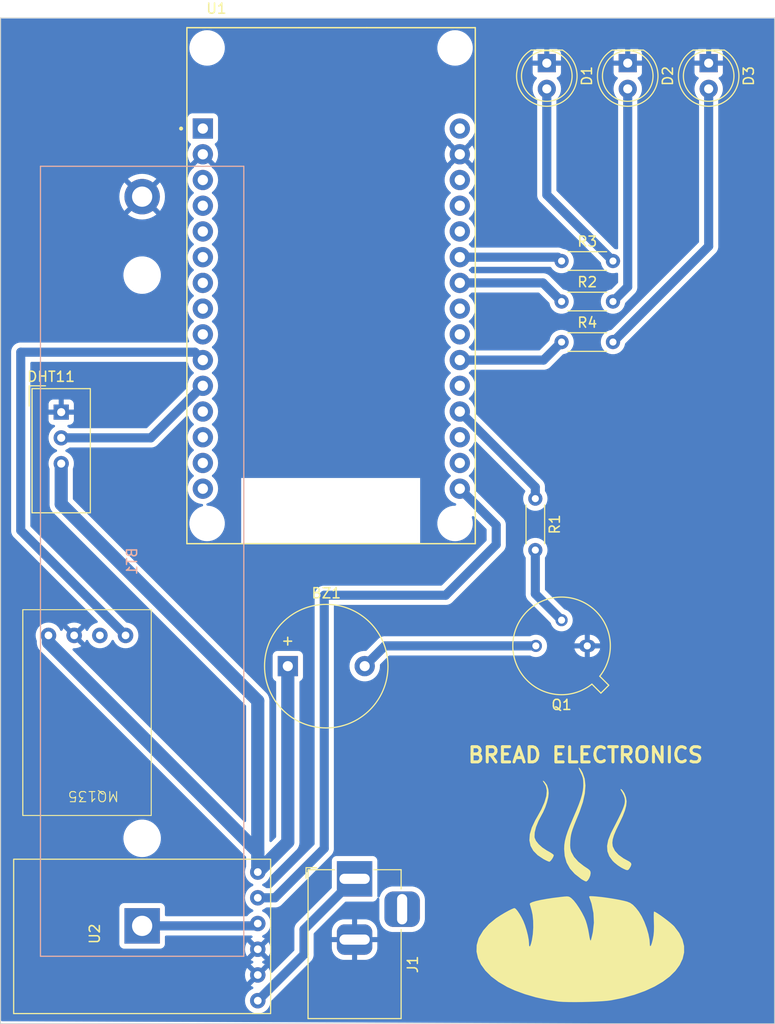
<source format=kicad_pcb>
(kicad_pcb (version 20221018) (generator pcbnew)
  (layers (0 "F.Cu" signal) (31 "B.Cu" signal) (34 "B.Paste" user) (35 "F.Paste" user) (36 "B.SilkS" user "B.Silkscreen") (37 "F.SilkS" user "F.Silkscreen") (38 "B.Mask" user) (39 "F.Mask" user) (44 "Edge.Cuts" user))
  (net 0 "")
  (net 1 "GND")
  (net 2 "Net-(Q1-B)")
  (net 3 "Net-(BZ1-+)")
  (net 12 "D19")
  (net 13 "D21")
  (net 22 "Net-(U1-D27)")
  (net 23 "Net-(U1-D26)")
  (net 26 "Net-(U1-D32)")
  (net 28 "Net-(U1-D34)")
  (net 31 "Net-(U1-EN)")
  (net 32 "Net-(BT1-+)")
  (net 33 "+5V")
  (net 34 "Net-(D1-A)")
  (net 35 "Net-(D2-A)")
  (net 36 "Net-(D3-A)")
  (net 37 "Net-(U2-VIN)")
  (footprint "LED_THT:LED_D5.0mm" (layer "F.Cu") (at 144 44.46 -90)
    (fp_text reference "D2" (at 1.27 -3.96 90) (layer "F.SilkS"))
    (fp_text value "LED")
    (fp_line (start -1.29 -1.545) (end -1.29 1.545) (stroke (width 0.12)) (layer "F.SilkS"))
    (fp_arc (start -1.29 -1.54483) (mid 2.072002 -2.880433) (end 4.26 0.000462) (stroke (width 0.12)) (layer "F.SilkS"))
    (fp_arc (start 4.26 -0.000462) (mid 2.072002 2.880433) (end -1.29 1.54483) (stroke (width 0.12)) (layer "F.SilkS"))
    (fp_circle (center 1.27 0) (end 3.77 0) (stroke (width 0.12)) (fill none) (layer "F.SilkS"))
    (pad "1" thru_hole rect (at 0 0 270) (size 1.8 1.8) (drill 0.9) (layers "*.Cu" "*.Mask") (net 1 "GND"))
    (pad "2" thru_hole circle (at 2.54 0 270) (size 1.8 1.8) (drill 0.9) (layers "*.Cu" "*.Mask") (net 34 "Net-(D1-A)"))
  )
  (footprint "Buzzer_Beeper:Buzzer_12x9.5RM7.6" (layer "F.Cu") (at 110.4 104)
    (fp_text reference "BZ1" (at 3.8 -7.2) (layer "F.SilkS"))
    (fp_text value "Buzzer")
    (fp_text user "+" (at -0.01 -2.54) (layer "F.SilkS"))
    (fp_circle (center 3.8 0) (end 9.9 0) (stroke (width 0.12)) (fill none) (layer "F.SilkS"))
    (pad "1" thru_hole rect (at 0 0) (size 2 2) (drill 1) (layers "*.Cu" "*.Mask") (net 33 "+5V"))
    (pad "2" thru_hole circle (at 7.6 0) (size 2 2) (drill 1) (layers "*.Cu" "*.Mask") (net 3 "Net-(BZ1-+)"))
  )
  (footprint "Resistor_THT:R_Axial_DIN0204_L3.6mm_D1.6mm_P5.08mm_Horizontal" (layer "F.Cu") (at 137.46 68)
    (fp_text reference "R2" (at 2.54 -1.92) (layer "F.SilkS"))
    (fp_text value "R")
    (fp_line (start 0.62 -0.92) (end 4.46 -0.92) (stroke (width 0.12)) (layer "F.SilkS"))
    (fp_line (start 0.62 0.92) (end 4.46 0.92) (stroke (width 0.12)) (layer "F.SilkS"))
    (pad "1" thru_hole circle (at 0 0) (size 1.4 1.4) (drill 0.7) (layers "*.Cu" "*.Mask") (net 23 "Net-(U1-D26)"))
    (pad "2" thru_hole oval (at 5.08 0) (size 1.4 1.4) (drill 0.7) (layers "*.Cu" "*.Mask") (net 34 "Net-(D1-A)"))
  )
  (footprint "Package_TO_SOT_THT:TO-39-3" (layer "F.Cu") (at 140 102 180)
    (fp_text reference "Q1" (at 2.54 -5.82) (layer "F.SilkS"))
    (fp_text value "2N2219")
    (fp_line (start -2.125856 -3.888039) (end -1.234902 -2.997084) (stroke (width 0.12)) (layer "F.SilkS"))
    (fp_line (start -1.348039 -4.665856) (end -2.125856 -3.888039) (stroke (width 0.12)) (layer "F.SilkS"))
    (fp_line (start -0.457084 -3.774902) (end -1.348039 -4.665856) (stroke (width 0.12)) (layer "F.SilkS"))
    (fp_arc (start -0.457084 -3.774902) (mid 5.948125 3.408384) (end -1.234674 -2.997371) (stroke (width 0.12)) (layer "F.SilkS"))
    (pad "1" thru_hole oval (at 0 0 180) (size 1.6 1.2) (drill 0.7) (layers "*.Cu" "*.Mask") (net 1 "GND"))
    (pad "2" thru_hole oval (at 2.54 2.54 180) (size 1.2 1.2) (drill 0.7) (layers "*.Cu" "*.Mask") (net 2 "Net-(Q1-B)"))
    (pad "3" thru_hole oval (at 5.08 0 180) (size 1.2 1.2) (drill 0.7) (layers "*.Cu" "*.Mask") (net 3 "Net-(BZ1-+)"))
  )
  (footprint "Resistor_THT:R_Axial_DIN0204_L3.6mm_D1.6mm_P5.08mm_Horizontal" (layer "F.Cu") (at 137.46 64)
    (fp_text reference "R3" (at 2.54 -1.92) (layer "F.SilkS"))
    (fp_text value "R")
    (fp_line (start 0.62 -0.92) (end 4.46 -0.92) (stroke (width 0.12)) (layer "F.SilkS"))
    (fp_line (start 0.62 0.92) (end 4.46 0.92) (stroke (width 0.12)) (layer "F.SilkS"))
    (pad "1" thru_hole circle (at 0 0) (size 1.4 1.4) (drill 0.7) (layers "*.Cu" "*.Mask") (net 22 "Net-(U1-D27)"))
    (pad "2" thru_hole oval (at 5.08 0) (size 1.4 1.4) (drill 0.7) (layers "*.Cu" "*.Mask") (net 35 "Net-(D2-A)"))
  )
  (footprint "LED_THT:LED_D5.0mm" (layer "F.Cu") (at 136 44.46 -90)
    (fp_text reference "D1" (at 1.27 -3.96 90) (layer "F.SilkS"))
    (fp_text value "LED")
    (fp_line (start -1.29 -1.545) (end -1.29 1.545) (stroke (width 0.12)) (layer "F.SilkS"))
    (fp_arc (start -1.29 -1.54483) (mid 2.072002 -2.880433) (end 4.26 0.000462) (stroke (width 0.12)) (layer "F.SilkS"))
    (fp_arc (start 4.26 -0.000462) (mid 2.072002 2.880433) (end -1.29 1.54483) (stroke (width 0.12)) (layer "F.SilkS"))
    (fp_circle (center 1.27 0) (end 3.77 0) (stroke (width 0.12)) (fill none) (layer "F.SilkS"))
    (pad "1" thru_hole rect (at 0 0 270) (size 1.8 1.8) (drill 0.9) (layers "*.Cu" "*.Mask") (net 1 "GND"))
    (pad "2" thru_hole circle (at 2.54 0 270) (size 1.8 1.8) (drill 0.9) (layers "*.Cu" "*.Mask") (net 35 "Net-(D2-A)"))
  )
  (footprint "DHT11:bread_logo" (layer "F.Cu") (at 139.319 125.603)
    (fp_text reference "BREAD ELECTRONICS" (at 0.508 -12.827) (layer "F.SilkS") (effects (font (size 1.5 1.5) (thickness 0.3))))
    (fp_text value "LOGO" hide)
    (fp_poly (pts (xy -3.644408 -10.275223) (xy -3.544315 -10.194289) (xy -3.303027 -9.870359) (xy -3.163919 -9.432154) (xy -3.132667 -9.055815) (xy -3.17615 -8.654354) (xy -3.294457 -8.168746) (xy -3.46938 -7.656332) (xy -3.68271 -7.174449) (xy -3.796443 -6.96566) (xy -4.137638 -6.321616) (xy -4.378378 -5.723981) (xy -4.511916 -5.194374) (xy -4.53151 -4.754413) (xy -4.516902 -4.656342) (xy -4.385603 -4.352726) (xy -4.124021 -4.024029) (xy -3.761988 -3.700274) (xy -3.329336 -3.411487) (xy -3.221122 -3.352195) (xy -2.941602 -3.193409) (xy -2.732346 -3.051863) (xy -2.629719 -2.952851) (xy -2.624984 -2.93755) (xy -2.671148 -2.779778) (xy -2.782175 -2.5809) (xy -2.917967 -2.399761) (xy -3.038426 -2.295204) (xy -3.067923 -2.287534) (xy -3.194453 -2.327002) (xy -3.415726 -2.428088) (xy -3.640667 -2.545603) (xy -4.226386 -2.934202) (xy -4.65474 -3.370289) (xy -4.926358 -3.857702) (xy -5.041872 -4.400279) (xy -5.001911 -5.001857) (xy -4.807104 -5.666275) (xy -4.458082 -6.39737) (xy -4.313744 -6.646334) (xy -3.864589 -7.453552) (xy -3.54995 -8.162516) (xy -3.36902 -8.776764) (xy -3.320994 -9.299836) (xy -3.405065 -9.735269) (xy -3.549687 -10.000236) (xy -3.684927 -10.202973) (xy -3.716407 -10.298006)) (fill solid) (layer "F.SilkS"))
    (fp_poly (pts (xy 4.04814 -9.452587) (xy 4.174648 -9.331402) (xy 4.366583 -9.033302) (xy 4.508812 -8.652219) (xy 4.570456 -8.273452) (xy 4.570995 -8.236553) (xy 4.531153 -7.827154) (xy 4.409055 -7.356871) (xy 4.197202 -6.803552) (xy 3.888096 -6.145045) (xy 3.81286 -5.996654) (xy 3.518702 -5.393213) (xy 3.316455 -4.902483) (xy 3.199404 -4.499527) (xy 3.160838 -4.159409) (xy 3.194041 -3.857189) (xy 3.215154 -3.776412) (xy 3.418646 -3.366129) (xy 3.774923 -2.975775) (xy 4.267473 -2.621754) (xy 4.513127 -2.486771) (xy 4.826664 -2.315963) (xy 4.998633 -2.174076) (xy 5.04368 -2.024672) (xy 4.976451 -1.831315) (xy 4.857565 -1.629834) (xy 4.762084 -1.506178) (xy 4.653104 -1.457275) (xy 4.494427 -1.486723) (xy 4.249855 -1.598116) (xy 4.036468 -1.711396) (xy 3.700458 -1.928805) (xy 3.36287 -2.202261) (xy 3.180891 -2.381999) (xy 2.853073 -2.837805) (xy 2.671746 -3.321977) (xy 2.636563 -3.848265) (xy 2.747176 -4.430419) (xy 3.003238 -5.082188) (xy 3.107495 -5.291667) (xy 3.477738 -6.009331) (xy 3.774212 -6.596278) (xy 4.003904 -7.070625) (xy 4.173803 -7.45049) (xy 4.290896 -7.753993) (xy 4.362172 -7.99925) (xy 4.394618 -8.204379) (xy 4.395222 -8.387499) (xy 4.370973 -8.566728) (xy 4.370871 -8.567269) (xy 4.282958 -8.841203) (xy 4.139132 -9.127319) (xy 4.106645 -9.177818) (xy 3.98999 -9.37939) (xy 3.972825 -9.476257)) (fill solid) (layer "F.SilkS"))
    (fp_poly (pts (xy -0.042115 -11.50618) (xy 0.089751 -11.312715) (xy 0.227729 -11.064175) (xy 0.43122 -10.485547) (xy 0.502343 -9.807435) (xy 0.441635 -9.03529) (xy 0.24963 -8.174561) (xy -0.073136 -7.230697) (xy -0.173098 -6.985) (xy -0.425446 -6.37696) (xy -0.617907 -5.895218) (xy -0.759315 -5.511312) (xy -0.858507 -5.196781) (xy -0.924317 -4.923162) (xy -0.965583 -4.661994) (xy -0.991138 -4.384814) (xy -0.99416 -4.340139) (xy -1.009632 -3.924779) (xy -0.988211 -3.61403) (xy -0.923885 -3.346009) (xy -0.887684 -3.244438) (xy -0.622662 -2.764685) (xy -0.205866 -2.297953) (xy 0.345246 -1.863029) (xy 0.47473 -1.778555) (xy 0.754675 -1.594095) (xy 0.917686 -1.457822) (xy 0.994395 -1.33487) (xy 1.015436 -1.190374) (xy 1.015683 -1.162857) (xy 0.97518 -0.921905) (xy 0.873612 -0.669845) (xy 0.740134 -0.460122) (xy 0.603899 -0.346184) (xy 0.566093 -0.338667) (xy 0.435213 -0.383214) (xy 0.223961 -0.497275) (xy 0.078015 -0.589781) (xy -0.558493 -1.085437) (xy -1.036161 -1.618523) (xy -1.364124 -2.205088) (xy -1.551521 -2.861181) (xy -1.607662 -3.550591) (xy -1.590337 -3.940643) (xy -1.531575 -4.34118) (xy -1.423371 -4.779658) (xy -1.257725 -5.283528) (xy -1.026632 -5.880244) (xy -0.72209 -6.597259) (xy -0.714461 -6.614691) (xy -0.398934 -7.350104) (xy -0.153513 -7.960106) (xy 0.029431 -8.46972) (xy 0.157529 -8.903971) (xy 0.238411 -9.287882) (xy 0.279707 -9.646477) (xy 0.289239 -9.906489) (xy 0.279429 -10.290766) (xy 0.232453 -10.58459) (xy 0.132453 -10.865491) (xy 0.062385 -11.015594) (xy -0.059094 -11.272865) (xy -0.142992 -11.467701) (xy -0.169334 -11.549269) (xy -0.134511 -11.592405)) (fill solid) (layer "F.SilkS"))
    (fp_poly (pts (xy 1.236985 1.113666) (xy 1.574172 1.139109) (xy 2.089414 1.191511) (xy 2.667787 1.268134) (xy 3.261549 1.361036) (xy 3.822958 1.462274) (xy 4.304269 1.563908) (xy 4.616642 1.645243) (xy 4.920115 1.769382) (xy 5.198014 1.963641) (xy 5.483472 2.256331) (xy 5.788154 2.646306) (xy 6.067653 3.099782) (xy 6.329816 3.654227) (xy 6.557023 4.258793) (xy 6.731651 4.862627) (xy 6.836079 5.414879) (xy 6.858 5.73354) (xy 6.873172 5.972596) (xy 6.915376 6.051466) (xy 6.979637 5.976245) (xy 7.060984 5.753029) (xy 7.154444 5.387912) (xy 7.159924 5.363445) (xy 7.230098 4.976803) (xy 7.267107 4.570407) (xy 7.27427 4.089758) (xy 7.262991 3.671767) (xy 7.25194 3.273358) (xy 7.251004 2.944701) (xy 7.259679 2.717967) (xy 7.277458 2.625327) (xy 7.279457 2.624666) (xy 7.410463 2.675343) (xy 7.639709 2.811995) (xy 7.935885 3.011556) (xy 8.267677 3.250962) (xy 8.603776 3.507144) (xy 8.912869 3.757038) (xy 9.163645 3.977578) (xy 9.292879 4.107883) (xy 9.774083 4.746345) (xy 10.09138 5.390342) (xy 10.24981 6.033994) (xy 10.254415 6.671421) (xy 10.110234 7.296742) (xy 9.822309 7.904077) (xy 9.395681 8.487545) (xy 8.835389 9.041267) (xy 8.146475 9.559361) (xy 7.33398 10.035949) (xy 6.402943 10.465148) (xy 5.358407 10.84108) (xy 4.205412 11.157863) (xy 3.048 11.3929) (xy 2.665252 11.441949) (xy 2.149556 11.484259) (xy 1.537193 11.518989) (xy 0.864445 11.545303) (xy 0.167595 11.562361) (xy -0.517077 11.569324) (xy -1.153287 11.565354) (xy -1.704755 11.549611) (xy -2.135197 11.521257) (xy -2.201334 11.514257) (xy -3.302871 11.345756) (xy -4.417788 11.09724) (xy -5.498993 10.782147) (xy -6.499397 10.413916) (xy -7.233418 10.078175) (xy -8.087088 9.584264) (xy -8.80823 9.043453) (xy -9.391872 8.464555) (xy -9.83304 7.856382) (xy -10.126763 7.227748) (xy -10.268068 6.587464) (xy -10.251982 5.944343) (xy -10.073534 5.307199) (xy -10.008093 5.160526) (xy -9.600955 4.492073) (xy -9.046646 3.86646) (xy -8.366196 3.306985) (xy -8.283078 3.249481) (xy -7.895028 2.996943) (xy -7.498843 2.758312) (xy -7.126931 2.551173) (xy -6.811704 2.39311) (xy -6.585572 2.301706) (xy -6.507482 2.286163) (xy -6.389949 2.357814) (xy -6.222884 2.551389) (xy -6.027974 2.835181) (xy -5.826909 3.177488) (xy -5.641376 3.546605) (xy -5.633624 3.563592) (xy -5.466447 3.987175) (xy -5.313182 4.474751) (xy -5.188187 4.970172) (xy -5.105821 5.417293) (xy -5.08 5.728543) (xy -5.065264 5.985308) (xy -5.024304 6.080264) (xy -4.961994 6.018058) (xy -4.883209 5.803332) (xy -4.796727 5.458593) (xy -4.702544 4.863483) (xy -4.659949 4.209664) (xy -4.668554 3.554599) (xy -4.727972 2.955753) (xy -4.816425 2.53973) (xy -4.90245 2.241827) (xy -4.971413 1.999912) (xy -5.006925 1.871741) (xy -4.946304 1.78499) (xy -4.73355 1.688299) (xy -4.38531 1.585413) (xy -3.918231 1.48008) (xy -3.34896 1.376046) (xy -2.694143 1.277059) (xy -1.970426 1.186865) (xy -1.957973 1.185469) (xy -1.586197 1.145877) (xy -1.339509 1.130899) (xy -1.1748 1.145562) (xy -1.048961 1.194892) (xy -0.918885 1.283914) (xy -0.883568 1.310736) (xy -0.654886 1.535175) (xy -0.387341 1.875389) (xy -0.106908 2.290726) (xy 0.160439 2.740534) (xy 0.388724 3.18416) (xy 0.533675 3.528836) (xy 0.654919 3.921541) (xy 0.768373 4.387785) (xy 0.851133 4.83245) (xy 0.856472 4.869442) (xy 0.908426 5.18382) (xy 0.960507 5.40272) (xy 1.004905 5.496695) (xy 1.020929 5.489272) (xy 1.065339 5.358312) (xy 1.129979 5.107211) (xy 1.203287 4.782151) (xy 1.22942 4.656666) (xy 1.335398 3.731777) (xy 1.29046 2.780667) (xy 1.098793 1.845061) (xy 0.88625 1.237709) (xy 0.864753 1.162944) (xy 0.896472 1.120154) (xy 1.010764 1.105131)) (fill solid) (layer "F.SilkS"))
  )
  (footprint "ESP32-DEVKIT-V1:MODULE_ESP32_DEVKIT_V1" (layer "F.Cu") (at 114.7 66.435)
    (fp_text reference "U1" (at -11.355 -27.36) (layer "F.SilkS"))
    (fp_text value "ESP32-DEVKIT-V1")
    (fp_line (start -14.28 -25.475) (end -3.211 -25.475) (stroke (width 0.127)) (layer "F.SilkS"))
    (fp_line (start -14.28 -25.475) (end 14.23 -25.475) (stroke (width 0.127)) (layer "F.SilkS"))
    (fp_line (start -14.28 25.475) (end -14.28 -25.475) (stroke (width 0.127)) (layer "F.SilkS"))
    (fp_line (start -14.28 25.475) (end -14.28 -25.475) (stroke (width 0.127)) (layer "F.SilkS"))
    (fp_line (start -14.28 25.475) (end -8.91 25.475) (stroke (width 0.127)) (layer "F.SilkS"))
    (fp_line (start -8.91 25.475) (end 8.78 25.475) (stroke (width 0.127)) (layer "F.SilkS"))
    (fp_line (start -3.211 -25.475) (end 3.5 -25.475) (stroke (width 0.127)) (layer "F.SilkS"))
    (fp_line (start 3.5 -25.475) (end 14.23 -25.475) (stroke (width 0.127)) (layer "F.SilkS"))
    (fp_line (start 8.78 25.475) (end 14.23 25.475) (stroke (width 0.127)) (layer "F.SilkS"))
    (fp_line (start 14.23 -25.475) (end 14.23 25.475) (stroke (width 0.127)) (layer "F.SilkS"))
    (fp_line (start 14.23 -25.475) (end 14.23 25.475) (stroke (width 0.127)) (layer "F.SilkS"))
    (fp_line (start 14.23 25.475) (end -14.28 25.475) (stroke (width 0.127)) (layer "F.SilkS"))
    (fp_circle (center -14.85 -15.515) (end -14.75 -15.515) (stroke (width 0.2)) (fill none) (layer "F.SilkS"))
    (pad "" np_thru_hole circle (at -12.28 -23.475) (size 3 3) (drill 3) (layers "*.Cu" "*.Mask"))
    (pad "" np_thru_hole circle (at -12.28 23.475) (size 3 3) (drill 3) (layers "*.Cu" "*.Mask"))
    (pad "" np_thru_hole circle (at 12.23 -23.475) (size 3 3) (drill 3) (layers "*.Cu" "*.Mask"))
    (pad "" np_thru_hole circle (at 12.23 23.475) (size 3 3) (drill 3) (layers "*.Cu" "*.Mask"))
    (pad "1" thru_hole rect (at -12.7 -15.515) (size 2 2) (drill 1.02) (layers "*.Cu" "*.Mask"))
    (pad "2" thru_hole circle (at -12.7 -12.975) (size 2 2) (drill 1.02) (layers "*.Cu" "*.Mask") (net 1 "GND"))
    (pad "3" thru_hole circle (at -12.7 -10.435) (size 2 2) (drill 1.02) (layers "*.Cu" "*.Mask"))
    (pad "4" thru_hole circle (at -12.7 -7.895) (size 2 2) (drill 1.02) (layers "*.Cu" "*.Mask"))
    (pad "5" thru_hole circle (at -12.7 -5.355) (size 2 2) (drill 1.02) (layers "*.Cu" "*.Mask"))
    (pad "6" thru_hole circle (at -12.7 -2.815) (size 2 2) (drill 1.02) (layers "*.Cu" "*.Mask"))
    (pad "7" thru_hole circle (at -12.7 -0.275) (size 2 2) (drill 1.02) (layers "*.Cu" "*.Mask"))
    (pad "8" thru_hole circle (at -12.7 2.265) (size 2 2) (drill 1.02) (layers "*.Cu" "*.Mask"))
    (pad "9" thru_hole circle (at -12.7 4.805) (size 2 2) (drill 1.02) (layers "*.Cu" "*.Mask"))
    (pad "10" thru_hole circle (at -12.7 7.345) (size 2 2) (drill 1.02) (layers "*.Cu" "*.Mask") (net 12 "D19"))
    (pad "11" thru_hole circle (at -12.7 9.885) (size 2 2) (drill 1.02) (layers "*.Cu" "*.Mask") (net 13 "D21"))
    (pad "12" thru_hole circle (at -12.7 12.425) (size 2 2) (drill 1.02) (layers "*.Cu" "*.Mask"))
    (pad "13" thru_hole circle (at -12.7 14.965) (size 2 2) (drill 1.02) (layers "*.Cu" "*.Mask"))
    (pad "14" thru_hole circle (at -12.7 17.505) (size 2 2) (drill 1.02) (layers "*.Cu" "*.Mask"))
    (pad "15" thru_hole circle (at -12.7 20.045) (size 2 2) (drill 1.02) (layers "*.Cu" "*.Mask"))
    (pad "16" thru_hole circle (at 12.7 20.045) (size 2 2) (drill 1.02) (layers "*.Cu" "*.Mask") (net 31 "Net-(U1-EN)"))
    (pad "17" thru_hole circle (at 12.7 17.505) (size 2 2) (drill 1.02) (layers "*.Cu" "*.Mask"))
    (pad "18" thru_hole circle (at 12.7 14.965) (size 2 2) (drill 1.02) (layers "*.Cu" "*.Mask"))
    (pad "19" thru_hole circle (at 12.7 12.425) (size 2 2) (drill 1.02) (layers "*.Cu" "*.Mask") (net 28 "Net-(U1-D34)"))
    (pad "20" thru_hole circle (at 12.7 9.885) (size 2 2) (drill 1.02) (layers "*.Cu" "*.Mask"))
    (pad "21" thru_hole circle (at 12.7 7.345) (size 2 2) (drill 1.02) (layers "*.Cu" "*.Mask") (net 26 "Net-(U1-D32)"))
    (pad "22" thru_hole circle (at 12.7 4.805) (size 2 2) (drill 1.02) (layers "*.Cu" "*.Mask"))
    (pad "23" thru_hole circle (at 12.7 2.265) (size 2 2) (drill 1.02) (layers "*.Cu" "*.Mask"))
    (pad "24" thru_hole circle (at 12.7 -0.275) (size 2 2) (drill 1.02) (layers "*.Cu" "*.Mask") (net 23 "Net-(U1-D26)"))
    (pad "25" thru_hole circle (at 12.7 -2.815) (size 2 2) (drill 1.02) (layers "*.Cu" "*.Mask") (net 22 "Net-(U1-D27)"))
    (pad "26" thru_hole circle (at 12.7 -5.355) (size 2 2) (drill 1.02) (layers "*.Cu" "*.Mask"))
    (pad "27" thru_hole circle (at 12.7 -7.895) (size 2 2) (drill 1.02) (layers "*.Cu" "*.Mask"))
    (pad "28" thru_hole circle (at 12.7 -10.435) (size 2 2) (drill 1.02) (layers "*.Cu" "*.Mask"))
    (pad "29" thru_hole circle (at 12.7 -12.975) (size 2 2) (drill 1.02) (layers "*.Cu" "*.Mask") (net 1 "GND"))
    (pad "30" thru_hole circle (at 12.7 -15.515) (size 2 2) (drill 1.02) (layers "*.Cu" "*.Mask"))
    (zone (net 0) (net_name "") (layer "B.Cu") (connect_pads (clearance 0)) (min_thickness 0.01)
      (keepout (tracks not_allowed) (vias not_allowed) (pads not_allowed) (copperpour not_allowed) (footprints allowed))
      (fill (thermal_gap 0.508) (thermal_bridge_width 0.508))
      (polygon (pts (xy 105.79 85.42) (xy 123.48 85.42) (xy 123.48 91.91) (xy 105.79 91.91)))
    )
  )
  (footprint "DHT11:Aosong_DHT11_5.5x12.0_P2.54mm" (layer "F.Cu") (at 88 78.92)
    (fp_text reference "DHT11" (at -1 -3.5) (layer "F.SilkS"))
    (fp_text value "~")
    (fp_line (start -3.16 -2.6) (end -3.16 -0.6) (stroke (width 0.12)) (layer "F.SilkS"))
    (fp_line (start -3.16 -2.6) (end -1.55 -2.6) (stroke (width 0.12)) (layer "F.SilkS"))
    (fp_line (start -2.88 9.94) (end -2.88 -2.31) (stroke (width 0.12)) (layer "F.SilkS"))
    (fp_line (start -2.87 -2.32) (end 2.87 -2.32) (stroke (width 0.12)) (layer "F.SilkS"))
    (fp_line (start 2.88 -2.32) (end 2.88 9.94) (stroke (width 0.12)) (layer "F.SilkS"))
    (fp_line (start 2.88 9.94) (end -2.88 9.94) (stroke (width 0.12)) (layer "F.SilkS"))
    (pad "1" thru_hole rect (at 0 0) (size 1.5 1.5) (drill 0.8) (layers "*.Cu" "*.Mask") (net 1 "GND"))
    (pad "2" thru_hole circle (at 0 2.54) (size 1.5 1.5) (drill 0.8) (layers "*.Cu" "*.Mask") (net 13 "D21"))
    (pad "3" thru_hole circle (at 0 5.08) (size 1.5 1.5) (drill 0.8) (layers "*.Cu" "*.Mask") (net 33 "+5V"))
  )
  (footprint "MQ135:MQ135" (layer "F.Cu") (at 91.821 111.125 180)
    (fp_text reference "MQ135" (at 0.635 -5.715 180 unlocked) (layer "F.SilkS") (effects (font (thickness 0.1))))
    (fp_text value "~")
    (fp_line (start -5.08 -7.62) (end -5.08 12.7) (stroke (width 0.1)) (layer "F.SilkS"))
    (fp_line (start -5.08 -7.62) (end 7.62 -7.62) (stroke (width 0.1)) (layer "F.SilkS"))
    (fp_line (start 7.62 -7.62) (end 7.62 12.7) (stroke (width 0.1)) (layer "F.SilkS"))
    (fp_line (start 7.62 12.7) (end -5.08 12.7) (stroke (width 0.1)) (layer "F.SilkS"))
    (fp_line (start 7.62 12.7) (end 7.62 -7.62) (stroke (width 0.1)) (layer "F.SilkS"))
    (pad "1" thru_hole circle (at -2.54 10.16 270) (size 1.53 1.53) (drill 0.762) (layers "*.Cu" "*.Mask") (net 12 "D19"))
    (pad "2" thru_hole circle (at 0 10.16 270) (size 1.53 1.53) (drill 0.762) (layers "*.Cu" "*.Mask"))
    (pad "3" thru_hole circle (at 2.54 10.16 270) (size 1.53 1.53) (drill 0.762) (layers "*.Cu" "*.Mask") (net 1 "GND"))
    (pad "4" thru_hole circle (at 5.08 10.16 270) (size 1.53 1.53) (drill 0.762) (layers "*.Cu" "*.Mask") (net 33 "+5V"))
  )
  (footprint "Resistor_THT:R_Axial_DIN0204_L3.6mm_D1.6mm_P5.08mm_Horizontal" (layer "F.Cu") (at 134.865 87.46 -90)
    (fp_text reference "R1" (at 2.54 -1.92 90) (layer "F.SilkS"))
    (fp_text value "R")
    (fp_line (start 0.62 -0.92) (end 4.46 -0.92) (stroke (width 0.12)) (layer "F.SilkS"))
    (fp_line (start 0.62 0.92) (end 4.46 0.92) (stroke (width 0.12)) (layer "F.SilkS"))
    (pad "1" thru_hole circle (at 0 0 270) (size 1.4 1.4) (drill 0.7) (layers "*.Cu" "*.Mask") (net 28 "Net-(U1-D34)"))
    (pad "2" thru_hole oval (at 5.08 0 270) (size 1.4 1.4) (drill 0.7) (layers "*.Cu" "*.Mask") (net 2 "Net-(Q1-B)"))
  )
  (footprint "cd42:mh-cd42" (layer "F.Cu") (at 96 130.683 90)
    (fp_text reference "U2" (at 0.254 -4.687 90 unlocked) (layer "F.SilkS"))
    (fp_text value "MH-CD42")
    (fp_rect (start -7.62 -12.7) (end 7.62 12.7) (stroke (width 0.12)) (fill none) (layer "F.SilkS"))
    (pad "1" thru_hole circle (at -6.35 11.43 90) (size 1.524 1.524) (drill 0.762) (layers "*.Cu" "*.Mask") (net 37 "Net-(U2-VIN)"))
    (pad "2" thru_hole circle (at -3.81 11.43 90) (size 1.524 1.524) (drill 0.762) (layers "*.Cu" "*.Mask") (net 1 "GND"))
    (pad "3" thru_hole circle (at -1.27 11.43 90) (size 1.524 1.524) (drill 0.762) (layers "*.Cu" "*.Mask") (net 1 "GND"))
    (pad "4" thru_hole circle (at 1.27 11.43 90) (size 1.524 1.524) (drill 0.762) (layers "*.Cu" "*.Mask") (net 32 "Net-(BT1-+)"))
    (pad "5" thru_hole circle (at 3.81 11.43 90) (size 1.524 1.524) (drill 0.762) (layers "*.Cu" "*.Mask") (net 31 "Net-(U1-EN)"))
    (pad "6" thru_hole circle (at 6.35 11.43 90) (size 1.524 1.524) (drill 0.762) (layers "*.Cu" "*.Mask") (net 33 "+5V"))
  )
  (footprint "Resistor_THT:R_Axial_DIN0204_L3.6mm_D1.6mm_P5.08mm_Horizontal" (layer "F.Cu") (at 137.46 72)
    (fp_text reference "R4" (at 2.54 -1.92) (layer "F.SilkS"))
    (fp_text value "R")
    (fp_line (start 0.62 -0.92) (end 4.46 -0.92) (stroke (width 0.12)) (layer "F.SilkS"))
    (fp_line (start 0.62 0.92) (end 4.46 0.92) (stroke (width 0.12)) (layer "F.SilkS"))
    (pad "1" thru_hole circle (at 0 0) (size 1.4 1.4) (drill 0.7) (layers "*.Cu" "*.Mask") (net 26 "Net-(U1-D32)"))
    (pad "2" thru_hole oval (at 5.08 0) (size 1.4 1.4) (drill 0.7) (layers "*.Cu" "*.Mask") (net 36 "Net-(D3-A)"))
  )
  (footprint "LED_THT:LED_D5.0mm" (layer "F.Cu") (at 152 44.46 -90)
    (fp_text reference "D3" (at 1.27 -3.96 90) (layer "F.SilkS"))
    (fp_text value "LED")
    (fp_line (start -1.29 -1.545) (end -1.29 1.545) (stroke (width 0.12)) (layer "F.SilkS"))
    (fp_arc (start -1.29 -1.54483) (mid 2.072002 -2.880433) (end 4.26 0.000462) (stroke (width 0.12)) (layer "F.SilkS"))
    (fp_arc (start 4.26 -0.000462) (mid 2.072002 2.880433) (end -1.29 1.54483) (stroke (width 0.12)) (layer "F.SilkS"))
    (fp_circle (center 1.27 0) (end 3.77 0) (stroke (width 0.12)) (fill none) (layer "F.SilkS"))
    (pad "1" thru_hole rect (at 0 0 270) (size 1.8 1.8) (drill 0.9) (layers "*.Cu" "*.Mask") (net 1 "GND"))
    (pad "2" thru_hole circle (at 2.54 0 270) (size 1.8 1.8) (drill 0.9) (layers "*.Cu" "*.Mask") (net 36 "Net-(D3-A)"))
  )
  (footprint "Connector_BarrelJack:BarrelJack_Horizontal" (layer "F.Cu") (at 117 125 90)
    (fp_text reference "J1" (at -8.45 5.75 90) (layer "F.SilkS"))
    (fp_text value "Jack-DC")
    (fp_line (start -13.8 -4.6) (end 0.9 -4.6) (stroke (width 0.12)) (layer "F.SilkS"))
    (fp_line (start -13.8 4.6) (end -13.8 -4.6) (stroke (width 0.12)) (layer "F.SilkS"))
    (fp_line (start -5 4.6) (end -13.8 4.6) (stroke (width 0.12)) (layer "F.SilkS"))
    (fp_line (start 0.05 -4.8) (end 1.1 -4.8) (stroke (width 0.12)) (layer "F.SilkS"))
    (fp_line (start 0.9 -4.6) (end 0.9 -2) (stroke (width 0.12)) (layer "F.SilkS"))
    (fp_line (start 0.9 1.9) (end 0.9 4.6) (stroke (width 0.12)) (layer "F.SilkS"))
    (fp_line (start 0.9 4.6) (end -1 4.6) (stroke (width 0.12)) (layer "F.SilkS"))
    (fp_line (start 1.1 -3.75) (end 1.1 -4.8) (stroke (width 0.12)) (layer "F.SilkS"))
    (pad "1" thru_hole rect (at 0 0 90) (size 3.5 3.5) (drill oval 1 3) (layers "*.Cu" "*.Mask") (net 37 "Net-(U2-VIN)"))
    (pad "2" thru_hole roundrect (at -6 0 90) (size 3 3.5) (drill oval 1 3) (layers "*.Cu" "*.Mask") (net 1 "GND"))
    (pad "3" thru_hole roundrect (at -3 4.7 90) (size 3.5 3.5) (drill oval 3 1) (layers "*.Cu" "*.Mask"))
  )
  (footprint "Battery:BatteryHolder_MPD_BH-18650-PC2" (layer "B.Cu") (at 96 129.645 90)
    (fp_text reference "BT1" (at 36 -1 90) (layer "B.SilkS") (effects (justify mirror)))
    (fp_text value "Battery")
    (fp_line (start -3 -10.05) (end -3 10.05) (stroke (width 0.12)) (layer "B.SilkS"))
    (fp_line (start -3 10.05) (end 75 10.05) (stroke (width 0.12)) (layer "B.SilkS"))
    (fp_line (start 75 -10.05) (end -3 -10.05) (stroke (width 0.12)) (layer "B.SilkS"))
    (fp_line (start 75 10.05) (end 75 -10.05) (stroke (width 0.12)) (layer "B.SilkS"))
    (pad "" np_thru_hole circle (at 8.645 0 90) (size 3.2 3.2) (drill 3.2) (layers "*.Cu" "*.Mask"))
    (pad "" np_thru_hole circle (at 64.255 0 90) (size 3.2 3.2) (drill 3.2) (layers "*.Cu" "*.Mask"))
    (pad "1" thru_hole rect (at 0 0 90) (size 3.5 3.5) (drill 2) (layers "*.Cu" "*.Mask") (net 32 "Net-(BT1-+)"))
    (pad "2" thru_hole circle (at 72 0 90) (size 3.5 3.5) (drill 2) (layers "*.Cu" "*.Mask") (net 1 "GND"))
  )
  (gr_line (start 158.52 40) (end 82 40) (stroke (width 0.1)) (layer "Edge.Cuts"))
  (gr_line (start 82 139.315) (end 158.52 139.315) (stroke (width 0.1)) (layer "Edge.Cuts"))
  (gr_line (start 82 40) (end 82 139.315) (stroke (width 0.1)) (layer "Edge.Cuts"))
  (gr_line (start 158.52 139.315) (end 158.52 40) (stroke (width 0.1)) (layer "Edge.Cuts"))
  (segment (start 134.865 92.54) (end 134.865 96.865) (width 0.9) (layer "B.Cu") (net 2))
  (segment (start 134.865 96.865) (end 137.46 99.46) (width 0.9) (layer "B.Cu") (net 2))
  (segment (start 134.92 102) (end 120 102) (width 0.9) (layer "B.Cu") (net 3))
  (segment (start 120 102) (end 118 104) (width 0.9) (layer "B.Cu") (net 3))
  (segment (start 94.361 100.965) (end 84 90.604) (width 0.9) (layer "B.Cu") (net 12))
  (segment (start 84 90.604) (end 84 73) (width 0.9) (layer "B.Cu") (net 12))
  (segment (start 84 73) (end 101.22 73) (width 0.9) (layer "B.Cu") (net 12))
  (segment (start 101.22 73) (end 102 73.78) (width 0.9) (layer "B.Cu") (net 12))
  (segment (start 96.86 81.46) (end 102 76.32) (width 0.9) (layer "B.Cu") (net 13))
  (segment (start 88 81.46) (end 96.86 81.46) (width 0.9) (layer "B.Cu") (net 13))
  (segment (start 127.4 63.62) (end 137.08 63.62) (width 0.9) (layer "B.Cu") (net 22))
  (segment (start 137.08 63.62) (end 137.46 64) (width 0.9) (layer "B.Cu") (net 22))
  (segment (start 135.62 66.16) (end 137.46 68) (width 0.9) (layer "B.Cu") (net 23))
  (segment (start 127.4 66.16) (end 135.62 66.16) (width 0.9) (layer "B.Cu") (net 23))
  (segment (start 127.4 73.78) (end 135.68 73.78) (width 0.9) (layer "B.Cu") (net 26))
  (segment (start 135.68 73.78) (end 137.46 72) (width 0.9) (layer "B.Cu") (net 26))
  (segment (start 127.4 78.86) (end 134.865 86.325) (width 0.9) (layer "B.Cu") (net 28))
  (segment (start 134.865 86.325) (end 134.865 87.46) (width 0.9) (layer "B.Cu") (net 28))
  (segment (start 131 90.08) (end 127.4 86.48) (width 0.9) (layer "B.Cu") (net 31))
  (segment (start 114 122) (end 114 97) (width 0.9) (layer "B.Cu") (net 31))
  (segment (start 126 97) (end 131 92) (width 0.9) (layer "B.Cu") (net 31))
  (segment (start 107.43 126.873) (end 109.127 126.873) (width 0.9) (layer "B.Cu") (net 31))
  (segment (start 131 92) (end 131 90.08) (width 0.9) (layer "B.Cu") (net 31))
  (segment (start 109.127 126.873) (end 114 122) (width 0.9) (layer "B.Cu") (net 31))
  (segment (start 114 97) (end 126 97) (width 0.9) (layer "B.Cu") (net 31))
  (segment (start 107.198 129.645) (end 107.43 129.413) (width 0.9) (layer "B.Cu") (net 32))
  (segment (start 96 129.645) (end 107.198 129.645) (width 0.9) (layer "B.Cu") (net 32))
  (segment (start 88 88) (end 88 84) (width 1.3) (layer "B.Cu") (net 33))
  (segment (start 107.43 124.333) (end 107.43 122.35) (width 1.3) (layer "B.Cu") (net 33))
  (segment (start 107.43 107.43) (end 88 88) (width 1.3) (layer "B.Cu") (net 33))
  (segment (start 86.741 101.661) (end 86.741 100.965) (width 1.3) (layer "B.Cu") (net 33))
  (segment (start 110.4 121.363) (end 110.4 104) (width 1.3) (layer "B.Cu") (net 33))
  (segment (start 107.43 122.35) (end 86.741 101.661) (width 1.3) (layer "B.Cu") (net 33))
  (segment (start 107.43 124.333) (end 110.4 121.363) (width 1.3) (layer "B.Cu") (net 33))
  (segment (start 107.43 123.65) (end 107.43 124.333) (width 1.3) (layer "B.Cu") (net 33))
  (segment (start 107.43 123.65) (end 107.43 107.43) (width 1.3) (layer "B.Cu") (net 33))
  (segment (start 142.54 68) (end 144 66.54) (width 0.9) (layer "B.Cu") (net 34))
  (segment (start 144 66.54) (end 144 47) (width 0.9) (layer "B.Cu") (net 34))
  (segment (start 142.54 64) (end 136 57.46) (width 0.9) (layer "B.Cu") (net 35))
  (segment (start 136 57.46) (end 136 47) (width 0.9) (layer "B.Cu") (net 35))
  (segment (start 142.54 72) (end 152 62.54) (width 0.9) (layer "B.Cu") (net 36))
  (segment (start 152 62.54) (end 152 47) (width 0.9) (layer "B.Cu") (net 36))
  (segment (start 112 130) (end 117 125) (width 0.9) (layer "B.Cu") (net 37))
  (segment (start 112 132.463) (end 112 130) (width 0.9) (layer "B.Cu") (net 37))
  (segment (start 107.43 137.033) (end 112 132.463) (width 0.9) (layer "B.Cu") (net 37))
  (zone (net 1) (net_name "GND") (layer "B.Cu") (connect_pads (clearance 0.5)) (min_thickness 0.25) (fill yes (thermal_gap 0.5) (thermal_bridge_width 0.5))
    (polygon (pts (xy 82.042 40.005) (xy 158.496 40.005) (xy 158.496 139.319) (xy 82.042 139.065)))
  )
)
</source>
